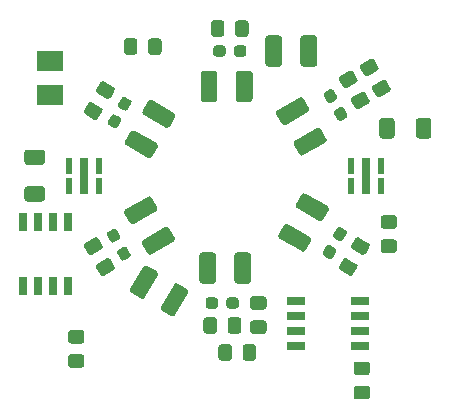
<source format=gbr>
G04 #@! TF.GenerationSoftware,KiCad,Pcbnew,(5.1.10)-1*
G04 #@! TF.CreationDate,2022-02-25T15:53:37+01:00*
G04 #@! TF.ProjectId,led_defogger_PCB_with_UV_2022,6c65645f-6465-4666-9f67-6765725f5043,rev?*
G04 #@! TF.SameCoordinates,Original*
G04 #@! TF.FileFunction,Paste,Top*
G04 #@! TF.FilePolarity,Positive*
%FSLAX46Y46*%
G04 Gerber Fmt 4.6, Leading zero omitted, Abs format (unit mm)*
G04 Created by KiCad (PCBNEW (5.1.10)-1) date 2022-02-25 15:53:37*
%MOMM*%
%LPD*%
G01*
G04 APERTURE LIST*
%ADD10R,1.525000X0.700000*%
%ADD11R,0.690000X3.100000*%
%ADD12R,0.530000X1.400000*%
%ADD13R,0.700000X1.525000*%
%ADD14R,2.300000X1.800000*%
G04 APERTURE END LIST*
D10*
X205099200Y-108178600D03*
X205099200Y-109448600D03*
X205099200Y-110718600D03*
X205099200Y-111988600D03*
X199675200Y-111988600D03*
X199675200Y-110718600D03*
X199675200Y-109448600D03*
X199675200Y-108178600D03*
D11*
X181737000Y-97586800D03*
D12*
X183022000Y-98436800D03*
X180452000Y-98436800D03*
X183022000Y-96736800D03*
X180452000Y-96736800D03*
D11*
X205613000Y-97536000D03*
D12*
X206898000Y-98386000D03*
X204328000Y-98386000D03*
X206898000Y-96686000D03*
X204328000Y-96686000D03*
D13*
X176524000Y-101431000D03*
X177794000Y-101431000D03*
X179064000Y-101431000D03*
X180334000Y-101431000D03*
X180334000Y-106855000D03*
X179064000Y-106855000D03*
X177794000Y-106855000D03*
X176524000Y-106855000D03*
D14*
X178816000Y-90731000D03*
X178816000Y-87831000D03*
G36*
G01*
X178171000Y-96636000D02*
X176921000Y-96636000D01*
G75*
G02*
X176671000Y-96386000I0J250000D01*
G01*
X176671000Y-95586000D01*
G75*
G02*
X176921000Y-95336000I250000J0D01*
G01*
X178171000Y-95336000D01*
G75*
G02*
X178421000Y-95586000I0J-250000D01*
G01*
X178421000Y-96386000D01*
G75*
G02*
X178171000Y-96636000I-250000J0D01*
G01*
G37*
G36*
G01*
X178171000Y-99736000D02*
X176921000Y-99736000D01*
G75*
G02*
X176671000Y-99486000I0J250000D01*
G01*
X176671000Y-98686000D01*
G75*
G02*
X176921000Y-98436000I250000J0D01*
G01*
X178171000Y-98436000D01*
G75*
G02*
X178421000Y-98686000I0J-250000D01*
G01*
X178421000Y-99486000D01*
G75*
G02*
X178171000Y-99736000I-250000J0D01*
G01*
G37*
G36*
G01*
X209815000Y-94160500D02*
X209815000Y-92910500D01*
G75*
G02*
X210065000Y-92660500I250000J0D01*
G01*
X210865000Y-92660500D01*
G75*
G02*
X211115000Y-92910500I0J-250000D01*
G01*
X211115000Y-94160500D01*
G75*
G02*
X210865000Y-94410500I-250000J0D01*
G01*
X210065000Y-94410500D01*
G75*
G02*
X209815000Y-94160500I0J250000D01*
G01*
G37*
G36*
G01*
X206715000Y-94160500D02*
X206715000Y-92910500D01*
G75*
G02*
X206965000Y-92660500I250000J0D01*
G01*
X207765000Y-92660500D01*
G75*
G02*
X208015000Y-92910500I0J-250000D01*
G01*
X208015000Y-94160500D01*
G75*
G02*
X207765000Y-94410500I-250000J0D01*
G01*
X206965000Y-94410500D01*
G75*
G02*
X206715000Y-94160500I0J250000D01*
G01*
G37*
G36*
G01*
X182846788Y-105007388D02*
X183626213Y-104557387D01*
G75*
G02*
X183967717Y-104648892I124999J-216505D01*
G01*
X184292718Y-105211811D01*
G75*
G02*
X184201213Y-105553316I-216505J-125000D01*
G01*
X183421788Y-106003317D01*
G75*
G02*
X183080283Y-105911811I-125000J216505D01*
G01*
X182755282Y-105348892D01*
G75*
G02*
X182846788Y-105007388I216505J124999D01*
G01*
G37*
G36*
G01*
X181821788Y-103232036D02*
X182601213Y-102782035D01*
G75*
G02*
X182942717Y-102873540I124999J-216505D01*
G01*
X183267718Y-103436459D01*
G75*
G02*
X183176213Y-103777964I-216505J-125000D01*
G01*
X182396788Y-104227965D01*
G75*
G02*
X182055283Y-104136459I-125000J216505D01*
G01*
X181730282Y-103573540D01*
G75*
G02*
X181821788Y-103232036I216505J124999D01*
G01*
G37*
G36*
G01*
X183621713Y-91021289D02*
X182842287Y-90571288D01*
G75*
G02*
X182750782Y-90229784I125000J216505D01*
G01*
X183075783Y-89666865D01*
G75*
G02*
X183417288Y-89575359I216505J-124999D01*
G01*
X184196713Y-90025360D01*
G75*
G02*
X184288218Y-90366864I-125000J-216505D01*
G01*
X183963217Y-90929783D01*
G75*
G02*
X183621713Y-91021289I-216505J124999D01*
G01*
G37*
G36*
G01*
X182596713Y-92796641D02*
X181817287Y-92346640D01*
G75*
G02*
X181725782Y-92005136I125000J216505D01*
G01*
X182050783Y-91442217D01*
G75*
G02*
X182392288Y-91350711I216505J-124999D01*
G01*
X183171713Y-91800712D01*
G75*
G02*
X183263218Y-92142216I-125000J-216505D01*
G01*
X182938217Y-92705135D01*
G75*
G02*
X182596713Y-92796641I-216505J124999D01*
G01*
G37*
G36*
G01*
X194506000Y-85540001D02*
X194506000Y-84639999D01*
G75*
G02*
X194755999Y-84390000I249999J0D01*
G01*
X195406001Y-84390000D01*
G75*
G02*
X195656000Y-84639999I0J-249999D01*
G01*
X195656000Y-85540001D01*
G75*
G02*
X195406001Y-85790000I-249999J0D01*
G01*
X194755999Y-85790000D01*
G75*
G02*
X194506000Y-85540001I0J249999D01*
G01*
G37*
G36*
G01*
X192456000Y-85540001D02*
X192456000Y-84639999D01*
G75*
G02*
X192705999Y-84390000I249999J0D01*
G01*
X193356001Y-84390000D01*
G75*
G02*
X193606000Y-84639999I0J-249999D01*
G01*
X193606000Y-85540001D01*
G75*
G02*
X193356001Y-85790000I-249999J0D01*
G01*
X192705999Y-85790000D01*
G75*
G02*
X192456000Y-85540001I0J249999D01*
G01*
G37*
G36*
G01*
X204432288Y-90911712D02*
X205211713Y-90461711D01*
G75*
G02*
X205553217Y-90553216I124999J-216505D01*
G01*
X205878218Y-91116135D01*
G75*
G02*
X205786713Y-91457640I-216505J-125000D01*
G01*
X205007288Y-91907641D01*
G75*
G02*
X204665783Y-91816135I-125000J216505D01*
G01*
X204340782Y-91253216D01*
G75*
G02*
X204432288Y-90911712I216505J124999D01*
G01*
G37*
G36*
G01*
X203407288Y-89136360D02*
X204186713Y-88686359D01*
G75*
G02*
X204528217Y-88777864I124999J-216505D01*
G01*
X204853218Y-89340783D01*
G75*
G02*
X204761713Y-89682288I-216505J-125000D01*
G01*
X203982288Y-90132289D01*
G75*
G02*
X203640783Y-90040783I-125000J216505D01*
G01*
X203315782Y-89477864D01*
G75*
G02*
X203407288Y-89136360I216505J124999D01*
G01*
G37*
G36*
G01*
X203982288Y-104558711D02*
X204761713Y-105008712D01*
G75*
G02*
X204853218Y-105350216I-125000J-216505D01*
G01*
X204528217Y-105913135D01*
G75*
G02*
X204186712Y-106004641I-216505J124999D01*
G01*
X203407287Y-105554640D01*
G75*
G02*
X203315782Y-105213136I125000J216505D01*
G01*
X203640783Y-104650217D01*
G75*
G02*
X203982288Y-104558711I216505J-124999D01*
G01*
G37*
G36*
G01*
X205007288Y-102783359D02*
X205786713Y-103233360D01*
G75*
G02*
X205878218Y-103574864I-125000J-216505D01*
G01*
X205553217Y-104137783D01*
G75*
G02*
X205211712Y-104229289I-216505J124999D01*
G01*
X204432287Y-103779288D01*
G75*
G02*
X204340782Y-103437784I125000J216505D01*
G01*
X204665783Y-102874865D01*
G75*
G02*
X205007288Y-102783359I216505J-124999D01*
G01*
G37*
G36*
G01*
X192980000Y-109785999D02*
X192980000Y-110686001D01*
G75*
G02*
X192730001Y-110936000I-249999J0D01*
G01*
X192079999Y-110936000D01*
G75*
G02*
X191830000Y-110686001I0J249999D01*
G01*
X191830000Y-109785999D01*
G75*
G02*
X192079999Y-109536000I249999J0D01*
G01*
X192730001Y-109536000D01*
G75*
G02*
X192980000Y-109785999I0J-249999D01*
G01*
G37*
G36*
G01*
X195030000Y-109785999D02*
X195030000Y-110686001D01*
G75*
G02*
X194780001Y-110936000I-249999J0D01*
G01*
X194129999Y-110936000D01*
G75*
G02*
X193880000Y-110686001I0J249999D01*
G01*
X193880000Y-109785999D01*
G75*
G02*
X194129999Y-109536000I249999J0D01*
G01*
X194780001Y-109536000D01*
G75*
G02*
X195030000Y-109785999I0J-249999D01*
G01*
G37*
G36*
G01*
X205682001Y-114434200D02*
X204781999Y-114434200D01*
G75*
G02*
X204532000Y-114184201I0J249999D01*
G01*
X204532000Y-113534199D01*
G75*
G02*
X204781999Y-113284200I249999J0D01*
G01*
X205682001Y-113284200D01*
G75*
G02*
X205932000Y-113534199I0J-249999D01*
G01*
X205932000Y-114184201D01*
G75*
G02*
X205682001Y-114434200I-249999J0D01*
G01*
G37*
G36*
G01*
X205682001Y-116484200D02*
X204781999Y-116484200D01*
G75*
G02*
X204532000Y-116234201I0J249999D01*
G01*
X204532000Y-115584199D01*
G75*
G02*
X204781999Y-115334200I249999J0D01*
G01*
X205682001Y-115334200D01*
G75*
G02*
X205932000Y-115584199I0J-249999D01*
G01*
X205932000Y-116234201D01*
G75*
G02*
X205682001Y-116484200I-249999J0D01*
G01*
G37*
G36*
G01*
X184627319Y-103799859D02*
X185038681Y-103562359D01*
G75*
G02*
X185363112Y-103649290I118750J-205681D01*
G01*
X185650612Y-104147254D01*
G75*
G02*
X185563681Y-104471685I-205681J-118750D01*
G01*
X185152319Y-104709185D01*
G75*
G02*
X184827888Y-104622254I-118750J205681D01*
G01*
X184540388Y-104124290D01*
G75*
G02*
X184627319Y-103799859I205681J118750D01*
G01*
G37*
G36*
G01*
X183752319Y-102284315D02*
X184163681Y-102046815D01*
G75*
G02*
X184488112Y-102133746I118750J-205681D01*
G01*
X184775612Y-102631710D01*
G75*
G02*
X184688681Y-102956141I-205681J-118750D01*
G01*
X184277319Y-103193641D01*
G75*
G02*
X183952888Y-103106710I-118750J205681D01*
G01*
X183665388Y-102608746D01*
G75*
G02*
X183752319Y-102284315I205681J118750D01*
G01*
G37*
G36*
G01*
X184347819Y-92382131D02*
X184759181Y-92619631D01*
G75*
G02*
X184846112Y-92944062I-118750J-205681D01*
G01*
X184558612Y-93442026D01*
G75*
G02*
X184234181Y-93528957I-205681J118750D01*
G01*
X183822819Y-93291457D01*
G75*
G02*
X183735888Y-92967026I118750J205681D01*
G01*
X184023388Y-92469062D01*
G75*
G02*
X184347819Y-92382131I205681J-118750D01*
G01*
G37*
G36*
G01*
X185222819Y-90866587D02*
X185634181Y-91104087D01*
G75*
G02*
X185721112Y-91428518I-118750J-205681D01*
G01*
X185433612Y-91926482D01*
G75*
G02*
X185109181Y-92013413I-205681J118750D01*
G01*
X184697819Y-91775913D01*
G75*
G02*
X184610888Y-91451482I118750J205681D01*
G01*
X184898388Y-90953518D01*
G75*
G02*
X185222819Y-90866587I205681J-118750D01*
G01*
G37*
G36*
G01*
X193706000Y-86757500D02*
X193706000Y-87232500D01*
G75*
G02*
X193468500Y-87470000I-237500J0D01*
G01*
X192893500Y-87470000D01*
G75*
G02*
X192656000Y-87232500I0J237500D01*
G01*
X192656000Y-86757500D01*
G75*
G02*
X192893500Y-86520000I237500J0D01*
G01*
X193468500Y-86520000D01*
G75*
G02*
X193706000Y-86757500I0J-237500D01*
G01*
G37*
G36*
G01*
X195456000Y-86757500D02*
X195456000Y-87232500D01*
G75*
G02*
X195218500Y-87470000I-237500J0D01*
G01*
X194643500Y-87470000D01*
G75*
G02*
X194406000Y-87232500I0J237500D01*
G01*
X194406000Y-86757500D01*
G75*
G02*
X194643500Y-86520000I237500J0D01*
G01*
X195218500Y-86520000D01*
G75*
G02*
X195456000Y-86757500I0J-237500D01*
G01*
G37*
G36*
G01*
X203047181Y-91149369D02*
X202635819Y-91386869D01*
G75*
G02*
X202311388Y-91299938I-118750J205681D01*
G01*
X202023888Y-90801974D01*
G75*
G02*
X202110819Y-90477543I205681J118750D01*
G01*
X202522181Y-90240043D01*
G75*
G02*
X202846612Y-90326974I118750J-205681D01*
G01*
X203134112Y-90824938D01*
G75*
G02*
X203047181Y-91149369I-205681J-118750D01*
G01*
G37*
G36*
G01*
X203922181Y-92664913D02*
X203510819Y-92902413D01*
G75*
G02*
X203186388Y-92815482I-118750J205681D01*
G01*
X202898888Y-92317518D01*
G75*
G02*
X202985819Y-91993087I205681J118750D01*
G01*
X203397181Y-91755587D01*
G75*
G02*
X203721612Y-91842518I118750J-205681D01*
G01*
X204009112Y-92340482D01*
G75*
G02*
X203922181Y-92664913I-205681J-118750D01*
G01*
G37*
G36*
G01*
X203326681Y-103066641D02*
X202915319Y-102829141D01*
G75*
G02*
X202828388Y-102504710I118750J205681D01*
G01*
X203115888Y-102006746D01*
G75*
G02*
X203440319Y-101919815I205681J-118750D01*
G01*
X203851681Y-102157315D01*
G75*
G02*
X203938612Y-102481746I-118750J-205681D01*
G01*
X203651112Y-102979710D01*
G75*
G02*
X203326681Y-103066641I-205681J118750D01*
G01*
G37*
G36*
G01*
X202451681Y-104582185D02*
X202040319Y-104344685D01*
G75*
G02*
X201953388Y-104020254I118750J205681D01*
G01*
X202240888Y-103522290D01*
G75*
G02*
X202565319Y-103435359I205681J-118750D01*
G01*
X202976681Y-103672859D01*
G75*
G02*
X203063612Y-103997290I-118750J-205681D01*
G01*
X202776112Y-104495254D01*
G75*
G02*
X202451681Y-104582185I-205681J118750D01*
G01*
G37*
G36*
G01*
X193771000Y-108568500D02*
X193771000Y-108093500D01*
G75*
G02*
X194008500Y-107856000I237500J0D01*
G01*
X194583500Y-107856000D01*
G75*
G02*
X194821000Y-108093500I0J-237500D01*
G01*
X194821000Y-108568500D01*
G75*
G02*
X194583500Y-108806000I-237500J0D01*
G01*
X194008500Y-108806000D01*
G75*
G02*
X193771000Y-108568500I0J237500D01*
G01*
G37*
G36*
G01*
X192021000Y-108568500D02*
X192021000Y-108093500D01*
G75*
G02*
X192258500Y-107856000I237500J0D01*
G01*
X192833500Y-107856000D01*
G75*
G02*
X193071000Y-108093500I0J-237500D01*
G01*
X193071000Y-108568500D01*
G75*
G02*
X192833500Y-108806000I-237500J0D01*
G01*
X192258500Y-108806000D01*
G75*
G02*
X192021000Y-108568500I0J237500D01*
G01*
G37*
G36*
G01*
X188220670Y-108633477D02*
X189295670Y-106771523D01*
G75*
G02*
X189637176Y-106680017I216506J-125000D01*
G01*
X190438250Y-107142517D01*
G75*
G02*
X190529756Y-107484023I-125000J-216506D01*
G01*
X189454756Y-109345977D01*
G75*
G02*
X189113250Y-109437483I-216506J125000D01*
G01*
X188312176Y-108974983D01*
G75*
G02*
X188220670Y-108633477I125000J216506D01*
G01*
G37*
G36*
G01*
X185644244Y-107145977D02*
X186719244Y-105284023D01*
G75*
G02*
X187060750Y-105192517I216506J-125000D01*
G01*
X187861824Y-105655017D01*
G75*
G02*
X187953330Y-105996523I-125000J-216506D01*
G01*
X186878330Y-107858477D01*
G75*
G02*
X186536824Y-107949983I-216506J125000D01*
G01*
X185735750Y-107487483D01*
G75*
G02*
X185644244Y-107145977I125000J216506D01*
G01*
G37*
G36*
G01*
X198488000Y-85920000D02*
X198488000Y-88070000D01*
G75*
G02*
X198238000Y-88320000I-250000J0D01*
G01*
X197313000Y-88320000D01*
G75*
G02*
X197063000Y-88070000I0J250000D01*
G01*
X197063000Y-85920000D01*
G75*
G02*
X197313000Y-85670000I250000J0D01*
G01*
X198238000Y-85670000D01*
G75*
G02*
X198488000Y-85920000I0J-250000D01*
G01*
G37*
G36*
G01*
X201463000Y-85920000D02*
X201463000Y-88070000D01*
G75*
G02*
X201213000Y-88320000I-250000J0D01*
G01*
X200288000Y-88320000D01*
G75*
G02*
X200038000Y-88070000I0J250000D01*
G01*
X200038000Y-85920000D01*
G75*
G02*
X200288000Y-85670000I250000J0D01*
G01*
X201213000Y-85670000D01*
G75*
G02*
X201463000Y-85920000I0J-250000D01*
G01*
G37*
G36*
G01*
X185991523Y-93743670D02*
X187853477Y-94818670D01*
G75*
G02*
X187944983Y-95160176I-125000J-216506D01*
G01*
X187482483Y-95961250D01*
G75*
G02*
X187140977Y-96052756I-216506J125000D01*
G01*
X185279023Y-94977756D01*
G75*
G02*
X185187517Y-94636250I125000J216506D01*
G01*
X185650017Y-93835176D01*
G75*
G02*
X185991523Y-93743670I216506J-125000D01*
G01*
G37*
G36*
G01*
X187479023Y-91167244D02*
X189340977Y-92242244D01*
G75*
G02*
X189432483Y-92583750I-125000J-216506D01*
G01*
X188969983Y-93384824D01*
G75*
G02*
X188628477Y-93476330I-216506J125000D01*
G01*
X186766523Y-92401330D01*
G75*
G02*
X186675017Y-92059824I125000J216506D01*
G01*
X187137517Y-91258750D01*
G75*
G02*
X187479023Y-91167244I216506J-125000D01*
G01*
G37*
G36*
G01*
X194565000Y-91065000D02*
X194565000Y-88915000D01*
G75*
G02*
X194815000Y-88665000I250000J0D01*
G01*
X195740000Y-88665000D01*
G75*
G02*
X195990000Y-88915000I0J-250000D01*
G01*
X195990000Y-91065000D01*
G75*
G02*
X195740000Y-91315000I-250000J0D01*
G01*
X194815000Y-91315000D01*
G75*
G02*
X194565000Y-91065000I0J250000D01*
G01*
G37*
G36*
G01*
X191590000Y-91065000D02*
X191590000Y-88915000D01*
G75*
G02*
X191840000Y-88665000I250000J0D01*
G01*
X192765000Y-88665000D01*
G75*
G02*
X193015000Y-88915000I0J-250000D01*
G01*
X193015000Y-91065000D01*
G75*
G02*
X192765000Y-91315000I-250000J0D01*
G01*
X191840000Y-91315000D01*
G75*
G02*
X191590000Y-91065000I0J250000D01*
G01*
G37*
G36*
G01*
X186716523Y-102978670D02*
X188578477Y-101903670D01*
G75*
G02*
X188919983Y-101995176I125000J-216506D01*
G01*
X189382483Y-102796250D01*
G75*
G02*
X189290977Y-103137756I-216506J-125000D01*
G01*
X187429023Y-104212756D01*
G75*
G02*
X187087517Y-104121250I-125000J216506D01*
G01*
X186625017Y-103320176D01*
G75*
G02*
X186716523Y-102978670I216506J125000D01*
G01*
G37*
G36*
G01*
X185229023Y-100402244D02*
X187090977Y-99327244D01*
G75*
G02*
X187432483Y-99418750I125000J-216506D01*
G01*
X187894983Y-100219824D01*
G75*
G02*
X187803477Y-100561330I-216506J-125000D01*
G01*
X185941523Y-101636330D01*
G75*
G02*
X185600017Y-101544824I-125000J216506D01*
G01*
X185137517Y-100743750D01*
G75*
G02*
X185229023Y-100402244I216506J125000D01*
G01*
G37*
G36*
G01*
X200663477Y-92171330D02*
X198801523Y-93246330D01*
G75*
G02*
X198460017Y-93154824I-125000J216506D01*
G01*
X197997517Y-92353750D01*
G75*
G02*
X198089023Y-92012244I216506J125000D01*
G01*
X199950977Y-90937244D01*
G75*
G02*
X200292483Y-91028750I125000J-216506D01*
G01*
X200754983Y-91829824D01*
G75*
G02*
X200663477Y-92171330I-216506J-125000D01*
G01*
G37*
G36*
G01*
X202150977Y-94747756D02*
X200289023Y-95822756D01*
G75*
G02*
X199947517Y-95731250I-125000J216506D01*
G01*
X199485017Y-94930176D01*
G75*
G02*
X199576523Y-94588670I216506J125000D01*
G01*
X201438477Y-93513670D01*
G75*
G02*
X201779983Y-93605176I125000J-216506D01*
G01*
X202242483Y-94406250D01*
G75*
G02*
X202150977Y-94747756I-216506J-125000D01*
G01*
G37*
G36*
G01*
X201618477Y-101386330D02*
X199756523Y-100311330D01*
G75*
G02*
X199665017Y-99969824I125000J216506D01*
G01*
X200127517Y-99168750D01*
G75*
G02*
X200469023Y-99077244I216506J-125000D01*
G01*
X202330977Y-100152244D01*
G75*
G02*
X202422483Y-100493750I-125000J-216506D01*
G01*
X201959983Y-101294824D01*
G75*
G02*
X201618477Y-101386330I-216506J125000D01*
G01*
G37*
G36*
G01*
X200130977Y-103962756D02*
X198269023Y-102887756D01*
G75*
G02*
X198177517Y-102546250I125000J216506D01*
G01*
X198640017Y-101745176D01*
G75*
G02*
X198981523Y-101653670I216506J-125000D01*
G01*
X200843477Y-102728670D01*
G75*
G02*
X200934983Y-103070176I-125000J-216506D01*
G01*
X200472483Y-103871250D01*
G75*
G02*
X200130977Y-103962756I-216506J125000D01*
G01*
G37*
G36*
G01*
X192895000Y-104295000D02*
X192895000Y-106445000D01*
G75*
G02*
X192645000Y-106695000I-250000J0D01*
G01*
X191720000Y-106695000D01*
G75*
G02*
X191470000Y-106445000I0J250000D01*
G01*
X191470000Y-104295000D01*
G75*
G02*
X191720000Y-104045000I250000J0D01*
G01*
X192645000Y-104045000D01*
G75*
G02*
X192895000Y-104295000I0J-250000D01*
G01*
G37*
G36*
G01*
X195870000Y-104295000D02*
X195870000Y-106445000D01*
G75*
G02*
X195620000Y-106695000I-250000J0D01*
G01*
X194695000Y-106695000D01*
G75*
G02*
X194445000Y-106445000I0J250000D01*
G01*
X194445000Y-104295000D01*
G75*
G02*
X194695000Y-104045000I250000J0D01*
G01*
X195620000Y-104045000D01*
G75*
G02*
X195870000Y-104295000I0J-250000D01*
G01*
G37*
G36*
G01*
X180601199Y-112667200D02*
X181501201Y-112667200D01*
G75*
G02*
X181751200Y-112917199I0J-249999D01*
G01*
X181751200Y-113567201D01*
G75*
G02*
X181501201Y-113817200I-249999J0D01*
G01*
X180601199Y-113817200D01*
G75*
G02*
X180351200Y-113567201I0J249999D01*
G01*
X180351200Y-112917199D01*
G75*
G02*
X180601199Y-112667200I249999J0D01*
G01*
G37*
G36*
G01*
X180601199Y-110617200D02*
X181501201Y-110617200D01*
G75*
G02*
X181751200Y-110867199I0J-249999D01*
G01*
X181751200Y-111517201D01*
G75*
G02*
X181501201Y-111767200I-249999J0D01*
G01*
X180601199Y-111767200D01*
G75*
G02*
X180351200Y-111517201I0J249999D01*
G01*
X180351200Y-110867199D01*
G75*
G02*
X180601199Y-110617200I249999J0D01*
G01*
G37*
G36*
G01*
X186240000Y-86163999D02*
X186240000Y-87064001D01*
G75*
G02*
X185990001Y-87314000I-249999J0D01*
G01*
X185339999Y-87314000D01*
G75*
G02*
X185090000Y-87064001I0J249999D01*
G01*
X185090000Y-86163999D01*
G75*
G02*
X185339999Y-85914000I249999J0D01*
G01*
X185990001Y-85914000D01*
G75*
G02*
X186240000Y-86163999I0J-249999D01*
G01*
G37*
G36*
G01*
X188290000Y-86163999D02*
X188290000Y-87064001D01*
G75*
G02*
X188040001Y-87314000I-249999J0D01*
G01*
X187389999Y-87314000D01*
G75*
G02*
X187140000Y-87064001I0J249999D01*
G01*
X187140000Y-86163999D01*
G75*
G02*
X187389999Y-85914000I249999J0D01*
G01*
X188040001Y-85914000D01*
G75*
G02*
X188290000Y-86163999I0J-249999D01*
G01*
G37*
G36*
G01*
X195141000Y-112972001D02*
X195141000Y-112071999D01*
G75*
G02*
X195390999Y-111822000I249999J0D01*
G01*
X196041001Y-111822000D01*
G75*
G02*
X196291000Y-112071999I0J-249999D01*
G01*
X196291000Y-112972001D01*
G75*
G02*
X196041001Y-113222000I-249999J0D01*
G01*
X195390999Y-113222000D01*
G75*
G02*
X195141000Y-112972001I0J249999D01*
G01*
G37*
G36*
G01*
X193091000Y-112972001D02*
X193091000Y-112071999D01*
G75*
G02*
X193340999Y-111822000I249999J0D01*
G01*
X193991001Y-111822000D01*
G75*
G02*
X194241000Y-112071999I0J-249999D01*
G01*
X194241000Y-112972001D01*
G75*
G02*
X193991001Y-113222000I-249999J0D01*
G01*
X193340999Y-113222000D01*
G75*
G02*
X193091000Y-112972001I0J249999D01*
G01*
G37*
G36*
G01*
X206539713Y-88666288D02*
X205760288Y-89116289D01*
G75*
G02*
X205418783Y-89024783I-125000J216505D01*
G01*
X205093782Y-88461864D01*
G75*
G02*
X205185288Y-88120360I216505J124999D01*
G01*
X205964713Y-87670359D01*
G75*
G02*
X206306217Y-87761865I124999J-216505D01*
G01*
X206631218Y-88324784D01*
G75*
G02*
X206539713Y-88666288I-216505J-124999D01*
G01*
G37*
G36*
G01*
X207564713Y-90441640D02*
X206785288Y-90891641D01*
G75*
G02*
X206443783Y-90800135I-125000J216505D01*
G01*
X206118782Y-90237216D01*
G75*
G02*
X206210288Y-89895712I216505J124999D01*
G01*
X206989713Y-89445711D01*
G75*
G02*
X207331217Y-89537217I124999J-216505D01*
G01*
X207656218Y-90100136D01*
G75*
G02*
X207564713Y-90441640I-216505J-124999D01*
G01*
G37*
G36*
G01*
X207067999Y-102939000D02*
X207968001Y-102939000D01*
G75*
G02*
X208218000Y-103188999I0J-249999D01*
G01*
X208218000Y-103839001D01*
G75*
G02*
X207968001Y-104089000I-249999J0D01*
G01*
X207067999Y-104089000D01*
G75*
G02*
X206818000Y-103839001I0J249999D01*
G01*
X206818000Y-103188999D01*
G75*
G02*
X207067999Y-102939000I249999J0D01*
G01*
G37*
G36*
G01*
X207067999Y-100889000D02*
X207968001Y-100889000D01*
G75*
G02*
X208218000Y-101138999I0J-249999D01*
G01*
X208218000Y-101789001D01*
G75*
G02*
X207968001Y-102039000I-249999J0D01*
G01*
X207067999Y-102039000D01*
G75*
G02*
X206818000Y-101789001I0J249999D01*
G01*
X206818000Y-101138999D01*
G75*
G02*
X207067999Y-100889000I249999J0D01*
G01*
G37*
G36*
G01*
X196018999Y-109797000D02*
X196919001Y-109797000D01*
G75*
G02*
X197169000Y-110046999I0J-249999D01*
G01*
X197169000Y-110697001D01*
G75*
G02*
X196919001Y-110947000I-249999J0D01*
G01*
X196018999Y-110947000D01*
G75*
G02*
X195769000Y-110697001I0J249999D01*
G01*
X195769000Y-110046999D01*
G75*
G02*
X196018999Y-109797000I249999J0D01*
G01*
G37*
G36*
G01*
X196018999Y-107747000D02*
X196919001Y-107747000D01*
G75*
G02*
X197169000Y-107996999I0J-249999D01*
G01*
X197169000Y-108647001D01*
G75*
G02*
X196919001Y-108897000I-249999J0D01*
G01*
X196018999Y-108897000D01*
G75*
G02*
X195769000Y-108647001I0J249999D01*
G01*
X195769000Y-107996999D01*
G75*
G02*
X196018999Y-107747000I249999J0D01*
G01*
G37*
M02*

</source>
